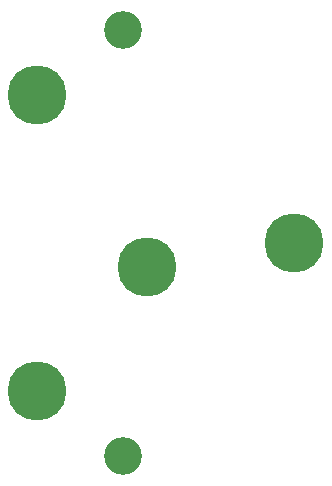
<source format=gbr>
%TF.GenerationSoftware,KiCad,Pcbnew,6.0.8-f2edbf62ab~116~ubuntu22.04.1*%
%TF.CreationDate,2022-11-07T08:46:38+01:00*%
%TF.ProjectId,batteriedeckel,62617474-6572-4696-9564-65636b656c2e,rev?*%
%TF.SameCoordinates,Original*%
%TF.FileFunction,Soldermask,Bot*%
%TF.FilePolarity,Negative*%
%FSLAX46Y46*%
G04 Gerber Fmt 4.6, Leading zero omitted, Abs format (unit mm)*
G04 Created by KiCad (PCBNEW 6.0.8-f2edbf62ab~116~ubuntu22.04.1) date 2022-11-07 08:46:38*
%MOMM*%
%LPD*%
G01*
G04 APERTURE LIST*
%ADD10C,3.200000*%
%ADD11C,5.000000*%
G04 APERTURE END LIST*
D10*
%TO.C,H2*%
X100000000Y-118000000D03*
%TD*%
%TO.C,H1*%
X100000000Y-82000000D03*
%TD*%
D11*
%TO.C,BAT+*%
X92750000Y-87443000D03*
%TD*%
%TO.C,SW-*%
X114500000Y-100000000D03*
%TD*%
%TO.C,BAT-*%
X102000000Y-102000000D03*
%TD*%
%TO.C,SW+*%
X92750000Y-112557000D03*
%TD*%
M02*

</source>
